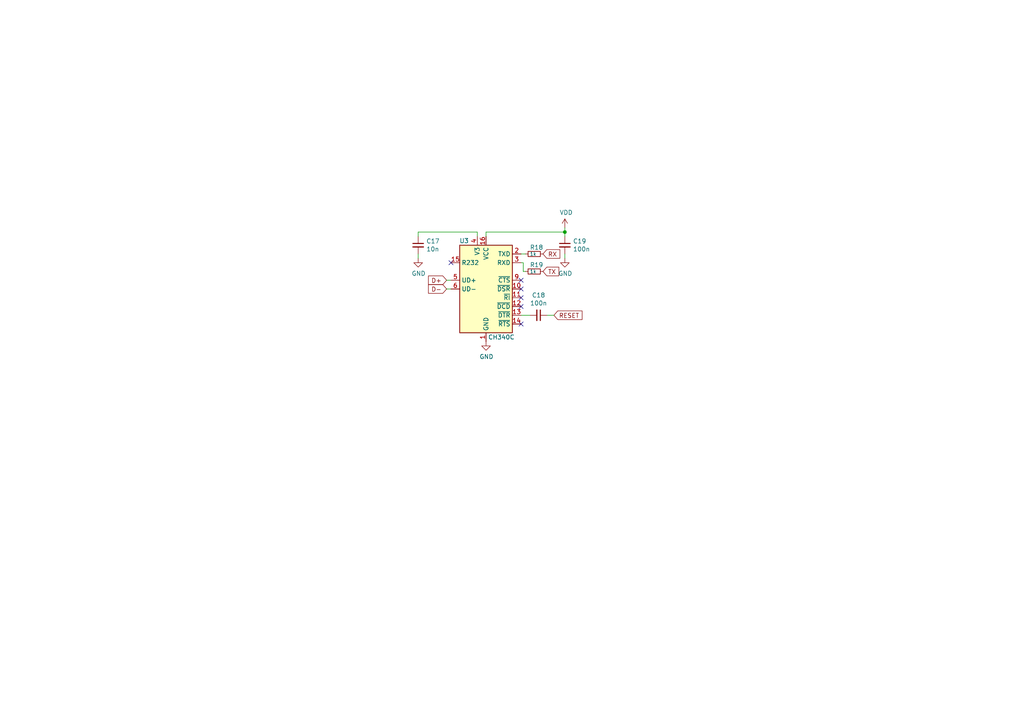
<source format=kicad_sch>
(kicad_sch (version 20211123) (generator eeschema)
  (paper "A4")
  (title_block (title "CNLJS") (date "2021-12-22") (rev "v0.01") (company "Josip&Zvonimir"))
  (lib_symbols
    (symbol "Device:C_Small" (pin_numbers hide) (pin_names (offset 0.254) hide)
      (property "Reference" "C" (at 0.254 1.778 0))
      (property "Value" "C_Small" (at 0.254 -2.032 0))
      (symbol "C_Small_0_1"
        (polyline (pts (xy -1.524 -0.508) (xy 1.524 -0.508)) (stroke (width 0.3302)))
        (polyline (pts (xy -1.524 0.508) (xy 1.524 0.508)) (stroke (width 0.3048)))
      )
      (symbol "C_Small_1_1"
        (pin passive line (at 0 2.54 270) (length 2.032) (name "~") (number "1"))
        (pin passive line (at 0 -2.54 90) (length 2.032) (name "~") (number "2"))
      )
    )
    (symbol "Device:R_Small" (pin_numbers hide) (pin_names (offset 0.254) hide)
      (property "Reference" "R" (at 0.762 0.508 0))
      (property "Value" "R_Small" (at 0.762 -1.016 0))
      (symbol "R_Small_0_1"
        (rectangle (start -0.762 1.778) (end 0.762 -1.778) (stroke (width 0.2032)))
      )
      (symbol "R_Small_1_1"
        (pin passive line (at 0 2.54 270) (length 0.762) (name "~") (number "1"))
        (pin passive line (at 0 -2.54 90) (length 0.762) (name "~") (number "2"))
      )
    )
    (symbol "Interface_USB:CH340C"
      (property "Reference" "U" (at -5.08 13.97 0))
      (property "Value" "CH340C" (at 1.27 13.97 0))
      (symbol "CH340C_0_1"
        (rectangle (start -7.62 12.7) (end 7.62 -12.7) (stroke (width 0.254)) (fill (type background)))
      )
      (symbol "CH340C_1_1"
        (pin power_in line (at 0 -15.24 90) (length 2.54) (name "GND") (number "1"))
        (pin input line (at 10.16 0 180) (length 2.54) (name "~{DSR}") (number "10"))
        (pin input line (at 10.16 -2.54 180) (length 2.54) (name "~{RI}") (number "11"))
        (pin input line (at 10.16 -5.08 180) (length 2.54) (name "~{DCD}") (number "12"))
        (pin output line (at 10.16 -7.62 180) (length 2.54) (name "~{DTR}") (number "13"))
        (pin output line (at 10.16 -10.16 180) (length 2.54) (name "~{RTS}") (number "14"))
        (pin input line (at -10.16 7.62 0) (length 2.54) (name "R232") (number "15"))
        (pin power_in line (at 0 15.24 270) (length 2.54) (name "VCC") (number "16"))
        (pin output line (at 10.16 10.16 180) (length 2.54) (name "TXD") (number "2"))
        (pin input line (at 10.16 7.62 180) (length 2.54) (name "RXD") (number "3"))
        (pin passive line (at -2.54 15.24 270) (length 2.54) (name "V3") (number "4"))
        (pin bidirectional line (at -10.16 2.54 0) (length 2.54) (name "UD+") (number "5"))
        (pin bidirectional line (at -10.16 0 0) (length 2.54) (name "UD-") (number "6"))
        (pin no_connect line (at -7.62 -7.62 0) (length 2.54) hide (name "NC") (number "7"))
        (pin no_connect line (at -7.62 -10.16 0) (length 2.54) hide (name "NC") (number "8"))
        (pin input line (at 10.16 2.54 180) (length 2.54) (name "~{CTS}") (number "9"))
      )
    )
    (symbol "power:GND" (power) (pin_names (offset 0))
      (property "Value" "GND" (at 0 -3.81 0))
      (symbol "GND_0_1"
        (polyline (pts (xy 0 0) (xy 0 -1.27) (xy 1.27 -1.27) (xy 0 -2.54) (xy -1.27 -1.27) (xy 0 -1.27)))
      )
      (symbol "GND_1_1"
        (pin power_in line (at 0 0 270) (length 0) hide (name "GND") (number "1"))
      )
    )
    (symbol "power:VDD" (power) (pin_names (offset 0))
      (property "Value" "VDD" (at 0 3.81 0))
      (symbol "VDD_0_1"
        (polyline (pts (xy -0.762 1.27) (xy 0 2.54)))
        (polyline (pts (xy 0 0) (xy 0 2.54)))
        (polyline (pts (xy 0 2.54) (xy 0.762 1.27)))
      )
      (symbol "VDD_1_1"
        (pin power_in line (at 0 0 90) (length 0) hide (name "VDD") (number "1"))
      )
    )
  )
  (junction (at 163.83 67.31))
  (no_connect (at 130.81 76.2))
  (no_connect (at 151.13 86.36))
  (no_connect (at 151.13 81.28))
  (no_connect (at 151.13 83.82))
  (no_connect (at 151.13 93.98))
  (no_connect (at 151.13 88.9))
  (wire (pts (xy 152.4 78.74) (xy 151.765 78.74)))
  (wire (pts (xy 153.67 91.44) (xy 151.13 91.44)))
  (wire (pts (xy 129.54 83.82) (xy 130.81 83.82)))
  (wire (pts (xy 138.43 67.31) (xy 121.285 67.31)))
  (wire (pts (xy 163.83 68.58) (xy 163.83 67.31)))
  (wire (pts (xy 151.765 76.2) (xy 151.13 76.2)))
  (wire (pts (xy 163.83 67.31) (xy 140.97 67.31)))
  (wire (pts (xy 160.655 91.44) (xy 158.75 91.44)))
  (wire (pts (xy 163.83 66.04) (xy 163.83 67.31)))
  (wire (pts (xy 121.285 74.93) (xy 121.285 73.66)))
  (wire (pts (xy 163.83 74.93) (xy 163.83 73.66)))
  (wire (pts (xy 138.43 68.58) (xy 138.43 67.31)))
  (wire (pts (xy 152.4 73.66) (xy 151.13 73.66)))
  (wire (pts (xy 140.97 67.31) (xy 140.97 68.58)))
  (wire (pts (xy 129.54 81.28) (xy 130.81 81.28)))
  (wire (pts (xy 151.765 78.74) (xy 151.765 76.2)))
  (wire (pts (xy 121.285 68.58) (xy 121.285 67.31)))
  (global_label "RX" (shape input) (at 157.48 73.66 0) (property "Intersheet References" "${INTERSHEET_REFS}" (effects hide)))
  (global_label "D-" (shape input) (at 129.54 83.82 180) (property "Intersheet References" "${INTERSHEET_REFS}" (effects hide)))
  (global_label "TX" (shape input) (at 157.48 78.74 0) (property "Intersheet References" "${INTERSHEET_REFS}" (effects hide)))
  (global_label "RESET" (shape input) (at 160.655 91.44 0) (property "Intersheet References" "${INTERSHEET_REFS}" (effects hide)))
  (global_label "D+" (shape input) (at 129.54 81.28 180) (property "Intersheet References" "${INTERSHEET_REFS}" (effects hide)))
  (symbol (lib_id "Interface_USB:CH340C") (at 140.97 83.82 0) (unit 1)
    (property "Reference" "U3" (at 134.62 69.85 0))
    (property "Value" "CH340C" (at 145.415 97.79 0))
    (property "Footprint" "Package_SO:SOIC-16_3.9x9.9mm_P1.27mm" (effects hide))
    (property "Datasheet" "https://datasheet.lcsc.com/szlcsc/Jiangsu-Qin-Heng-CH340C_C84681.pdf" (effects hide))
  )
  (symbol (lib_id "Device:C_Small") (at 121.285 71.12 0) (unit 1)
    (property "Reference" "C17" (at 123.6218 69.9516 0) (effects (justify left)))
    (property "Value" "10n" (at 123.6218 72.263 0) (effects (justify left)))
    (property "Footprint" "Capacitor_SMD:C_0805_2012Metric" (effects hide))
    (property "Basic/Extended" "Basic" (effects hide))
    (property "JLCPCB Part #" "C1710" (effects hide))
    (property "U labosu?" "Ne" (effects hide))
  )
  (symbol (lib_id "power:GND") (at 121.285 74.93 0) (unit 1)
    (property "Reference" "#PWR073" (effects hide))
    (property "Value" "GND" (at 121.412 79.3242 0))
  )
  (symbol (lib_id "Device:C_Small") (at 163.83 71.12 0) (unit 1)
    (property "Reference" "C19" (at 166.1668 69.9516 0) (effects (justify left)))
    (property "Value" "100n" (at 166.1668 72.263 0) (effects (justify left)))
    (property "Footprint" "Capacitor_SMD:C_0805_2012Metric" (effects hide))
    (property "Basic/Extended" "Basic" (effects hide))
    (property "JLCPCB Part #" "C49678" (effects hide))
    (property "U labosu?" "Da" (effects hide))
  )
  (symbol (lib_id "power:GND") (at 163.83 74.93 0) (unit 1)
    (property "Reference" "#PWR076" (effects hide))
    (property "Value" "GND" (at 163.957 79.3242 0))
  )
  (symbol (lib_id "power:GND") (at 140.97 99.06 0) (unit 1)
    (property "Reference" "#PWR074" (effects hide))
    (property "Value" "GND" (at 141.097 103.4542 0))
  )
  (symbol (lib_id "Device:C_Small") (at 156.21 91.44 270) (unit 1)
    (property "Reference" "C18" (at 156.21 85.6234 90))
    (property "Value" "100n" (at 156.21 87.9348 90))
    (property "Footprint" "Capacitor_SMD:C_0805_2012Metric" (effects hide))
    (property "Basic/Extended" "Basic" (effects hide))
    (property "JLCPCB Part #" "C49678" (effects hide))
    (property "U labosu?" "Da" (effects hide))
  )
  (symbol (lib_id "Device:R_Small") (at 154.94 73.66 270) (unit 1)
    (property "Reference" "R18" (at 153.67 71.755 90) (effects (justify left)))
    (property "Value" "1k" (at 153.67 73.66 90) (effects (font (size 0.9906 0.9906)) (justify left)))
    (property "Footprint" "Resistor_SMD:R_0805_2012Metric" (effects hide))
  )
  (symbol (lib_id "Device:R_Small") (at 154.94 78.74 270) (unit 1)
    (property "Reference" "R19" (at 153.67 76.835 90) (effects (justify left)))
    (property "Value" "1k" (at 153.67 78.74 90) (effects (font (size 0.9906 0.9906)) (justify left)))
    (property "Footprint" "Resistor_SMD:R_0805_2012Metric" (effects hide))
  )
  (symbol (lib_id "power:VDD") (at 163.83 66.04 0) (unit 1)
    (property "Reference" "#PWR075" (effects hide))
    (property "Value" "VDD" (at 164.211 61.6458 0))
  )
)
</source>
